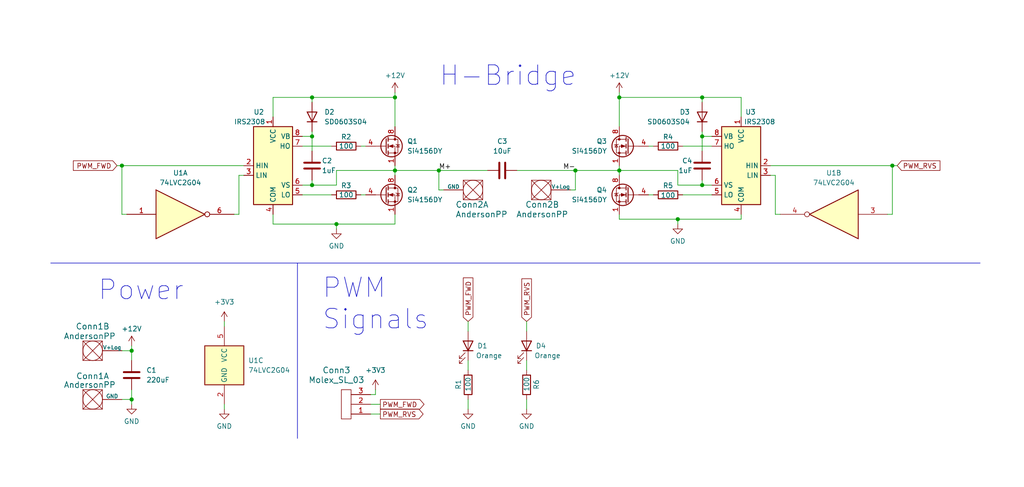
<source format=kicad_sch>
(kicad_sch (version 20230121) (generator eeschema)
  (paper "User" 266.7 127)
  (lib_symbols
    (symbol "74xGxx:74LVC2G04"
      (property "Reference" "U" (at 0 7.62 0))
      (property "Value" "74LVC2G04" (at 2.54 -7.62 0))
      (symbol "74LVC2G04_1_1"
        (polyline (pts (xy -7.62 6.35) (xy -7.62 -6.35) (xy 5.08 0) (xy -7.62 6.35)) (stroke (width 0.254)) (fill (type background)))
        (pin input line (at -15.24 0 0) (length 7.62) (name "~") (number "1"))
        (pin output inverted (at 12.7 0 180) (length 7.62) (name "~") (number "6"))
      )
      (symbol "74LVC2G04_2_1"
        (polyline (pts (xy -7.62 6.35) (xy -7.62 -6.35) (xy 5.08 0) (xy -7.62 6.35)) (stroke (width 0.254)) (fill (type background)))
        (pin input line (at -15.24 0 0) (length 7.62) (name "~") (number "3"))
        (pin output inverted (at 12.7 0 180) (length 7.62) (name "~") (number "4"))
      )
      (symbol "74LVC2G04_3_0"
        (rectangle (start -5.08 -5.08) (end 5.08 5.08) (stroke (width 0.254)) (fill (type background)))
      )
      (symbol "74LVC2G04_3_1"
        (pin power_in line (at 0 -10.16 90) (length 5.08) (name "GND") (number "2"))
        (pin power_in line (at 0 10.16 270) (length 5.08) (name "VCC") (number "5"))
      )
    )
    (symbol "Device:C" (pin_numbers hide) (pin_names (offset 0.254))
      (property "Reference" "C" (at 0.635 2.54 0))
      (property "Value" "C" (at 0.635 -2.54 0))
      (symbol "C_0_1"
        (polyline (pts (xy -2.032 -0.762) (xy 2.032 -0.762)) (stroke (width 0.508)))
        (polyline (pts (xy -2.032 0.762) (xy 2.032 0.762)) (stroke (width 0.508)))
      )
      (symbol "C_1_1"
        (pin passive line (at 0 3.81 270) (length 2.794) (name "~") (number "1"))
        (pin passive line (at 0 -3.81 90) (length 2.794) (name "~") (number "2"))
      )
    )
    (symbol "Device:D" (pin_numbers hide) (pin_names (offset 1.016) hide)
      (property "Reference" "D" (at 0 2.54 0))
      (property "Value" "D" (at 0 -2.54 0))
      (symbol "D_0_1"
        (polyline (pts (xy -1.27 1.27) (xy -1.27 -1.27)) (stroke (width 0.254)))
        (polyline (pts (xy 1.27 0) (xy -1.27 0)))
        (polyline (pts (xy 1.27 1.27) (xy 1.27 -1.27) (xy -1.27 0) (xy 1.27 1.27)) (stroke (width 0.254)))
      )
      (symbol "D_1_1"
        (pin passive line (at -3.81 0 0) (length 2.54) (name "K") (number "1"))
        (pin passive line (at 3.81 0 180) (length 2.54) (name "A") (number "2"))
      )
    )
    (symbol "Device:LED" (pin_numbers hide) (pin_names (offset 1.016) hide)
      (property "Reference" "D" (at 0 2.54 0))
      (property "Value" "LED" (at 0 -2.54 0))
      (symbol "LED_0_1"
        (polyline (pts (xy -1.27 -1.27) (xy -1.27 1.27)) (stroke (width 0.254)))
        (polyline (pts (xy -1.27 0) (xy 1.27 0)))
        (polyline (pts (xy 1.27 -1.27) (xy 1.27 1.27) (xy -1.27 0) (xy 1.27 -1.27)) (stroke (width 0.254)))
        (polyline (pts (xy -3.048 -0.762) (xy -4.572 -2.286) (xy -3.81 -2.286) (xy -4.572 -2.286) (xy -4.572 -1.524)))
        (polyline (pts (xy -1.778 -0.762) (xy -3.302 -2.286) (xy -2.54 -2.286) (xy -3.302 -2.286) (xy -3.302 -1.524)))
      )
      (symbol "LED_1_1"
        (pin passive line (at -3.81 0 0) (length 2.54) (name "K") (number "1"))
        (pin passive line (at 3.81 0 180) (length 2.54) (name "A") (number "2"))
      )
    )
    (symbol "Device:R" (pin_numbers hide) (pin_names (offset 0))
      (property "Reference" "R" (at 2.032 0 90))
      (property "Value" "R" (at 0 0 90))
      (symbol "R_0_1"
        (rectangle (start -1.016 -2.54) (end 1.016 2.54) (stroke (width 0.254)))
      )
      (symbol "R_1_1"
        (pin passive line (at 0 3.81 270) (length 1.27) (name "~") (number "1"))
        (pin passive line (at 0 -3.81 90) (length 1.27) (name "~") (number "2"))
      )
    )
    (symbol "Driver_FET:IRS2308"
      (property "Reference" "U" (at 1.27 13.335 0))
      (property "Value" "IRS2308" (at 1.27 11.43 0))
      (symbol "IRS2308_0_1"
        (rectangle (start -5.08 -10.16) (end 5.08 10.16) (stroke (width 0.254)) (fill (type background)))
      )
      (symbol "IRS2308_1_1"
        (pin power_in line (at 0 12.7 270) (length 2.54) (name "VCC") (number "1"))
        (pin input line (at -7.62 0 0) (length 2.54) (name "HIN") (number "2"))
        (pin input line (at -7.62 -2.54 0) (length 2.54) (name "LIN") (number "3"))
        (pin power_in line (at 0 -12.7 90) (length 2.54) (name "COM") (number "4"))
        (pin output line (at 7.62 -7.62 180) (length 2.54) (name "LO") (number "5"))
        (pin passive line (at 7.62 -5.08 180) (length 2.54) (name "VS") (number "6"))
        (pin output line (at 7.62 5.08 180) (length 2.54) (name "HO") (number "7"))
        (pin passive line (at 7.62 7.62 180) (length 2.54) (name "VB") (number "8"))
      )
    )
    (symbol "MRDT_Connectors:AndersonPP" (pin_numbers hide) (pin_names (offset 0))
      (property "Reference" "Conn" (at 3.81 -1.27 0))
      (property "Value" "AndersonPP" (at 2.54 6.35 0))
      (symbol "AndersonPP_0_1"
        (polyline (pts (xy 0 5.08) (xy 5.08 0)))
        (polyline (pts (xy 5.08 5.08) (xy 0 0)))
        (rectangle (start 0 0) (end 5.08 5.08))
        (circle (center 2.54 2.54) (radius 2.54))
      )
      (symbol "AndersonPP_1_1"
        (pin input line (at 10.16 2.54 180) (length 5.08) (name "GND") (number "1"))
      )
      (symbol "AndersonPP_2_1"
        (pin input line (at 10.16 2.54 180) (length 5.08) (name "V+Log") (number "2"))
      )
      (symbol "AndersonPP_3_1"
        (pin input line (at 10.16 2.54 180) (length 5.08) (name "V+Act") (number "3"))
      )
      (symbol "AndersonPP_4_1"
        (pin input line (at 10.16 2.54 180) (length 5.08) (name "PV+") (number "4"))
      )
      (symbol "AndersonPP_5_1"
        (pin input line (at 10.16 2.54 180) (length 5.08) (name "~") (number "1"))
      )
    )
    (symbol "MRDT_Connectors:Molex_SL_03" (pin_names (offset 1.016))
      (property "Reference" "Conn" (at 3.81 -1.27 0))
      (property "Value" "Molex_SL_03" (at 1.27 8.89 0))
      (symbol "Molex_SL_03_0_1"
        (rectangle (start 0 7.62) (end 2.54 0))
      )
      (symbol "Molex_SL_03_1_1"
        (pin input line (at -5.08 6.35 0) (length 5.08) (name "~") (number "1"))
        (pin input line (at -5.08 3.81 0) (length 5.08) (name "~") (number "2"))
        (pin input line (at -5.08 1.27 0) (length 5.08) (name "~") (number "3"))
      )
    )
    (symbol "Transistor_FET:Si4162DY" (pin_names hide)
      (property "Reference" "Q" (at 5.08 2.54 0))
      (property "Value" "Si4162DY" (at 5.08 0 0))
      (symbol "Si4162DY_0_1"
        (polyline (pts (xy 0.254 0) (xy -2.54 0)))
        (polyline (pts (xy 0.254 1.905) (xy 0.254 -1.905)) (stroke (width 0.254)))
        (polyline (pts (xy 0.762 -1.27) (xy 0.762 -2.286)) (stroke (width 0.254)))
        (polyline (pts (xy 0.762 0.508) (xy 0.762 -0.508)) (stroke (width 0.254)))
        (polyline (pts (xy 0.762 2.286) (xy 0.762 1.27)) (stroke (width 0.254)))
        (polyline (pts (xy 2.54 2.54) (xy 2.54 1.778)))
        (polyline (pts (xy 2.54 -2.54) (xy 2.54 0) (xy 0.762 0)))
        (polyline (pts (xy 0.762 -1.778) (xy 3.302 -1.778) (xy 3.302 1.778) (xy 0.762 1.778)))
        (polyline (pts (xy 1.016 0) (xy 2.032 0.381) (xy 2.032 -0.381) (xy 1.016 0)) (fill (type outline)))
        (polyline (pts (xy 2.794 0.508) (xy 2.921 0.381) (xy 3.683 0.381) (xy 3.81 0.254)))
        (polyline (pts (xy 3.302 0.381) (xy 2.921 -0.254) (xy 3.683 -0.254) (xy 3.302 0.381)))
        (circle (center 1.651 0) (radius 2.794) (stroke (width 0.254)))
        (circle (center 2.54 -1.778) (radius 0.254) (fill (type outline)))
        (circle (center 2.54 1.778) (radius 0.254) (fill (type outline)))
      )
      (symbol "Si4162DY_1_1"
        (pin passive line (at 2.54 -5.08 90) (length 2.54) (name "S") (number "1"))
        (pin passive line (at 2.54 -5.08 90) (length 2.54) hide (name "S") (number "2"))
        (pin passive line (at 2.54 -5.08 90) (length 2.54) hide (name "S") (number "3"))
        (pin input line (at -5.08 0 0) (length 2.54) (name "G") (number "4"))
        (pin passive line (at 2.54 5.08 270) (length 2.54) hide (name "D") (number "5"))
        (pin passive line (at 2.54 5.08 270) (length 2.54) hide (name "D") (number "6"))
        (pin passive line (at 2.54 5.08 270) (length 2.54) hide (name "D") (number "7"))
        (pin passive line (at 2.54 5.08 270) (length 2.54) (name "D") (number "8"))
      )
    )
    (symbol "power:+12V" (power) (pin_names (offset 0))
      (property "Value" "+12V" (at 0 3.556 0))
      (symbol "+12V_0_1"
        (polyline (pts (xy -0.762 1.27) (xy 0 2.54)))
        (polyline (pts (xy 0 0) (xy 0 2.54)))
        (polyline (pts (xy 0 2.54) (xy 0.762 1.27)))
      )
      (symbol "+12V_1_1"
        (pin power_in line (at 0 0 90) (length 0) hide (name "+12V") (number "1"))
      )
    )
    (symbol "power:+3V3" (power) (pin_names (offset 0))
      (property "Value" "+3V3" (at 0 3.556 0))
      (symbol "+3V3_0_1"
        (polyline (pts (xy -0.762 1.27) (xy 0 2.54)))
        (polyline (pts (xy 0 0) (xy 0 2.54)))
        (polyline (pts (xy 0 2.54) (xy 0.762 1.27)))
      )
      (symbol "+3V3_1_1"
        (pin power_in line (at 0 0 90) (length 0) hide (name "+3V3") (number "1"))
      )
    )
    (symbol "power:GND" (power) (pin_names (offset 0))
      (property "Value" "GND" (at 0 -3.81 0))
      (symbol "GND_0_1"
        (polyline (pts (xy 0 0) (xy 0 -1.27) (xy 1.27 -1.27) (xy 0 -2.54) (xy -1.27 -1.27) (xy 0 -1.27)))
      )
      (symbol "GND_1_1"
        (pin power_in line (at 0 0 270) (length 0) hide (name "GND") (number "1"))
      )
    )
  )
  (junction (at 149.86 44.45))
  (junction (at 114.3 44.45))
  (junction (at 102.87 25.4))
  (junction (at 81.28 35.56))
  (junction (at 161.29 25.4))
  (junction (at 87.63 58.42))
  (junction (at 161.29 44.45))
  (junction (at 81.28 48.26))
  (junction (at 182.88 48.26))
  (junction (at 182.88 35.56))
  (junction (at 81.28 25.4))
  (junction (at 102.87 44.45))
  (junction (at 182.88 25.4))
  (junction (at 176.53 57.15))
  (junction (at 34.29 104.14))
  (junction (at 31.75 43.18))
  (junction (at 34.29 91.44))
  (junction (at 232.41 43.18))
  (wire (pts (xy 87.63 58.42) (xy 102.87 58.42)))
  (wire (pts (xy 34.29 104.14) (xy 34.29 105.41)))
  (wire (pts (xy 31.75 43.18) (xy 31.75 55.88)))
  (wire (pts (xy 176.53 57.15) (xy 176.53 58.42)))
  (wire (pts (xy 96.52 105.41) (xy 99.06 105.41)))
  (wire (pts (xy 34.29 90.17) (xy 34.29 91.44)))
  (wire (pts (xy 31.75 91.44) (xy 34.29 91.44)))
  (wire (pts (xy 121.92 93.98) (xy 121.92 96.52)))
  (wire (pts (xy 93.98 38.1) (xy 95.25 38.1)))
  (wire (pts (xy 161.29 44.45) (xy 176.53 44.45)))
  (wire (pts (xy 78.74 38.1) (xy 86.36 38.1)))
  (wire (pts (xy 31.75 104.14) (xy 34.29 104.14)))
  (wire (pts (xy 93.98 50.8) (xy 95.25 50.8)))
  (wire (pts (xy 137.16 83.82) (xy 137.16 86.36)))
  (wire (pts (xy 62.23 45.72) (xy 63.5 45.72)))
  (wire (pts (xy 161.29 55.88) (xy 161.29 57.15)))
  (wire (pts (xy 182.88 35.56) (xy 182.88 39.37)))
  (polyline (pts (xy 13.208 68.58) (xy 255.27 68.58)))
  (wire (pts (xy 97.79 101.6) (xy 97.79 102.87)))
  (wire (pts (xy 87.63 58.42) (xy 87.63 59.69)))
  (wire (pts (xy 168.91 50.8) (xy 170.18 50.8)))
  (wire (pts (xy 102.87 25.4) (xy 102.87 33.02)))
  (wire (pts (xy 81.28 48.26) (xy 87.63 48.26)))
  (wire (pts (xy 182.88 48.26) (xy 176.53 48.26)))
  (wire (pts (xy 102.87 44.45) (xy 114.3 44.45)))
  (wire (pts (xy 201.93 55.88) (xy 203.2 55.88)))
  (wire (pts (xy 185.42 50.8) (xy 177.8 50.8)))
  (wire (pts (xy 182.88 35.56) (xy 185.42 35.56)))
  (wire (pts (xy 161.29 25.4) (xy 182.88 25.4)))
  (wire (pts (xy 182.88 25.4) (xy 193.04 25.4)))
  (wire (pts (xy 232.41 43.18) (xy 232.41 55.88)))
  (wire (pts (xy 96.52 107.95) (xy 99.06 107.95)))
  (wire (pts (xy 137.16 93.98) (xy 137.16 96.52)))
  (wire (pts (xy 97.79 102.87) (xy 96.52 102.87)))
  (wire (pts (xy 193.04 55.88) (xy 193.04 57.15)))
  (wire (pts (xy 200.66 45.72) (xy 201.93 45.72)))
  (wire (pts (xy 161.29 43.18) (xy 161.29 44.45)))
  (wire (pts (xy 81.28 35.56) (xy 81.28 39.37)))
  (wire (pts (xy 182.88 34.29) (xy 182.88 35.56)))
  (wire (pts (xy 232.41 55.88) (xy 231.14 55.88)))
  (wire (pts (xy 161.29 44.45) (xy 161.29 45.72)))
  (wire (pts (xy 161.29 57.15) (xy 176.53 57.15)))
  (wire (pts (xy 31.75 55.88) (xy 33.02 55.88)))
  (wire (pts (xy 114.3 44.45) (xy 114.3 49.53)))
  (wire (pts (xy 121.92 104.14) (xy 121.92 106.68)))
  (wire (pts (xy 200.66 43.18) (xy 232.41 43.18)))
  (wire (pts (xy 161.29 33.02) (xy 161.29 25.4)))
  (wire (pts (xy 34.29 101.6) (xy 34.29 104.14)))
  (wire (pts (xy 102.87 43.18) (xy 102.87 44.45)))
  (wire (pts (xy 31.75 43.18) (xy 63.5 43.18)))
  (wire (pts (xy 168.91 38.1) (xy 170.18 38.1)))
  (wire (pts (xy 62.23 55.88) (xy 62.23 45.72)))
  (wire (pts (xy 81.28 25.4) (xy 81.28 26.67)))
  (wire (pts (xy 78.74 48.26) (xy 81.28 48.26)))
  (wire (pts (xy 148.59 49.53) (xy 149.86 49.53)))
  (wire (pts (xy 102.87 44.45) (xy 102.87 45.72)))
  (wire (pts (xy 182.88 48.26) (xy 185.42 48.26)))
  (wire (pts (xy 177.8 38.1) (xy 185.42 38.1)))
  (wire (pts (xy 149.86 44.45) (xy 149.86 49.53)))
  (wire (pts (xy 34.29 91.44) (xy 34.29 93.98)))
  (wire (pts (xy 232.41 43.18) (xy 233.68 43.18)))
  (wire (pts (xy 62.23 55.88) (xy 60.96 55.88)))
  (wire (pts (xy 102.87 24.13) (xy 102.87 25.4)))
  (wire (pts (xy 182.88 25.4) (xy 182.88 26.67)))
  (wire (pts (xy 114.3 44.45) (xy 127 44.45)))
  (wire (pts (xy 71.12 25.4) (xy 81.28 25.4)))
  (wire (pts (xy 81.28 46.99) (xy 81.28 48.26)))
  (wire (pts (xy 30.48 43.18) (xy 31.75 43.18)))
  (wire (pts (xy 81.28 25.4) (xy 102.87 25.4)))
  (wire (pts (xy 102.87 55.88) (xy 102.87 58.42)))
  (wire (pts (xy 134.62 44.45) (xy 149.86 44.45)))
  (wire (pts (xy 182.88 48.26) (xy 182.88 46.99)))
  (wire (pts (xy 71.12 55.88) (xy 71.12 58.42)))
  (polyline (pts (xy 77.47 68.58) (xy 77.47 114.3)))
  (wire (pts (xy 193.04 30.48) (xy 193.04 25.4)))
  (wire (pts (xy 71.12 30.48) (xy 71.12 25.4)))
  (wire (pts (xy 121.92 83.82) (xy 121.92 86.36)))
  (wire (pts (xy 201.93 45.72) (xy 201.93 55.88)))
  (wire (pts (xy 137.16 104.14) (xy 137.16 106.68)))
  (wire (pts (xy 176.53 57.15) (xy 193.04 57.15)))
  (wire (pts (xy 58.42 105.41) (xy 58.42 106.68)))
  (wire (pts (xy 149.86 44.45) (xy 161.29 44.45)))
  (wire (pts (xy 176.53 44.45) (xy 176.53 48.26)))
  (wire (pts (xy 78.74 35.56) (xy 81.28 35.56)))
  (wire (pts (xy 102.87 44.45) (xy 87.63 44.45)))
  (wire (pts (xy 58.42 83.82) (xy 58.42 85.09)))
  (wire (pts (xy 71.12 58.42) (xy 87.63 58.42)))
  (wire (pts (xy 87.63 44.45) (xy 87.63 48.26)))
  (wire (pts (xy 81.28 34.29) (xy 81.28 35.56)))
  (wire (pts (xy 78.74 50.8) (xy 86.36 50.8)))
  (wire (pts (xy 161.29 24.13) (xy 161.29 25.4)))
  (wire (pts (xy 114.3 49.53) (xy 115.57 49.53)))
  (text "PWM\nSignals" (at 83.82 86.36 0) (effects (font (size 5.08 5.08)) (justify left bottom)))
  (text "H-Bridge" (at 114.3 22.86 0) (effects (font (size 5.08 5.08)) (justify left bottom)))
  (text "Sept. 30 2023" (at 205.994 194.056 0) (effects (font (size 1.27 1.27)) (justify left bottom)))
  (text "Power" (at 25.4 78.74 0) (effects (font (size 5.08 5.08)) (justify left bottom)))
  (label "M-" (at 149.86 44.45 180))
  (label "M+" (at 114.3 44.45 0))
  (global_label "PWM_RVS" (shape input) (at 233.68 43.18 0) (property "Intersheetrefs" "${INTERSHEET_REFS}" (effects hide)))
  (global_label "PWM_FWD" (shape output) (at 99.06 105.41 0) (property "Intersheetrefs" "${INTERSHEET_REFS}" (effects hide)))
  (global_label "PWM_RVS" (shape input) (at 137.16 83.82 90) (property "Intersheetrefs" "${INTERSHEET_REFS}" (effects hide)))
  (global_label "PWM_FWD" (shape input) (at 121.92 83.82 90) (property "Intersheetrefs" "${INTERSHEET_REFS}" (effects hide)))
  (global_label "PWM_FWD" (shape input) (at 30.48 43.18 180) (property "Intersheetrefs" "${INTERSHEET_REFS}" (effects hide)))
  (global_label "PWM_RVS" (shape output) (at 99.06 107.95 0) (property "Intersheetrefs" "${INTERSHEET_REFS}" (effects hide)))
  (symbol (lib_id "Device:R") (at 90.17 50.8 90) (unit 1)
    (property "Reference" "R3" (at 90.17 48.387 90))
    (property "Value" "100" (at 90.17 50.8 90))
    (property "Footprint" "Resistor_SMD:R_0603_1608Metric_Pad0.98x0.95mm_HandSolder" (effects hide))
  )
  (symbol (lib_id "power:+12V") (at 161.29 24.13 0) (mirror y) (unit 1)
    (property "Reference" "#PWR07" (effects hide))
    (property "Value" "+12V" (at 161.29 19.685 0))
  )
  (symbol (lib_id "Device:R") (at 121.92 100.33 0) (unit 1)
    (property "Reference" "R1" (at 119.38 101.6 90) (effects (justify left)))
    (property "Value" "100" (at 121.92 102.108 90) (effects (justify left)))
    (property "Footprint" "Resistor_SMD:R_0603_1608Metric_Pad0.98x0.95mm_HandSolder" (effects hide))
  )
  (symbol (lib_id "Device:LED") (at 121.92 90.17 270) (mirror x) (unit 1)
    (property "Reference" "D1" (at 127 90.17 90) (effects (justify right)))
    (property "Value" "Orange" (at 130.81 92.71 90) (effects (justify right)))
    (property "Footprint" "LED_SMD:LED_0603_1608Metric_Pad1.05x0.95mm_HandSolder" (effects hide))
  )
  (symbol (lib_id "power:GND") (at 34.29 105.41 0) (unit 1)
    (property "Reference" "#PWR01" (effects hide))
    (property "Value" "GND" (at 34.29 109.855 0))
  )
  (symbol (lib_id "Device:D") (at 81.28 30.48 90) (unit 1)
    (property "Reference" "D2" (at 84.455 29.21 90) (effects (justify right)))
    (property "Value" "SD0603S04" (at 84.455 31.75 90) (effects (justify right)))
    (property "Footprint" "Diode_SMD:D_0603_1608Metric_Pad1.05x0.95mm_HandSolder" (effects hide))
    (property "Sim.Device" "D" (effects hide))
    (property "Sim.Pins" "1=K 2=A" (effects hide))
  )
  (symbol (lib_id "Transistor_FET:Si4162DY") (at 100.33 38.1 0) (unit 1)
    (property "Reference" "Q1" (at 106.045 36.83 0) (effects (justify left)))
    (property "Value" "Si4156DY" (at 106.045 39.37 0) (effects (justify left)))
    (property "Footprint" "Package_SO:SOIC-8_3.9x4.9mm_P1.27mm" (effects hide))
    (property "Datasheet" "http://www.vishay.com/docs/68967/si4162dy.pdf" (effects hide))
  )
  (symbol (lib_id "74xGxx:74LVC2G04") (at 48.26 55.88 0) (unit 1)
    (property "Reference" "U1" (at 46.99 45.085 0))
    (property "Value" "74LVC2G04" (at 46.99 47.625 0))
    (property "Footprint" "Package_TO_SOT_SMD:SOT-23-6_Handsoldering" (effects hide))
    (property "Datasheet" "http://www.ti.com/lit/sg/scyt129e/scyt129e.pdf" (effects hide))
  )
  (symbol (lib_id "Device:C") (at 182.88 43.18 0) (mirror y) (unit 1)
    (property "Reference" "C4" (at 180.34 41.91 0) (effects (justify left)))
    (property "Value" "1uF" (at 180.34 44.45 0) (effects (justify left)))
    (property "Footprint" "Capacitor_SMD:C_0603_1608Metric_Pad1.08x0.95mm_HandSolder" (effects hide))
  )
  (symbol (lib_id "Device:R") (at 137.16 100.33 0) (mirror y) (unit 1)
    (property "Reference" "R6" (at 139.7 101.6 90) (effects (justify left)))
    (property "Value" "100" (at 137.16 102.108 90) (effects (justify left)))
    (property "Footprint" "Resistor_SMD:R_0603_1608Metric_Pad0.98x0.95mm_HandSolder" (effects hide))
  )
  (symbol (lib_id "Device:D") (at 182.88 30.48 270) (mirror x) (unit 1)
    (property "Reference" "D3" (at 179.705 29.21 90) (effects (justify right)))
    (property "Value" "SD0603S04" (at 179.705 31.75 90) (effects (justify right)))
    (property "Footprint" "Diode_SMD:D_0603_1608Metric_Pad1.05x0.95mm_HandSolder" (effects hide))
    (property "Sim.Device" "D" (effects hide))
    (property "Sim.Pins" "1=K 2=A" (effects hide))
  )
  (symbol (lib_id "Device:R") (at 173.99 38.1 270) (mirror x) (unit 1)
    (property "Reference" "R4" (at 173.99 35.687 90))
    (property "Value" "100" (at 173.99 38.1 90))
    (property "Footprint" "Resistor_SMD:R_0603_1608Metric_Pad0.98x0.95mm_HandSolder" (effects hide))
  )
  (symbol (lib_id "Device:R") (at 90.17 38.1 90) (unit 1)
    (property "Reference" "R2" (at 90.17 35.687 90))
    (property "Value" "100" (at 90.17 38.1 90))
    (property "Footprint" "Resistor_SMD:R_0603_1608Metric_Pad0.98x0.95mm_HandSolder" (effects hide))
  )
  (symbol (lib_id "power:GND") (at 58.42 106.68 0) (unit 1)
    (property "Reference" "#PWR06" (effects hide))
    (property "Value" "GND" (at 58.42 111.125 0))
  )
  (symbol (lib_id "74xGxx:74LVC2G04") (at 58.42 95.25 0) (unit 3)
    (property "Reference" "U1" (at 64.643 93.98 0) (effects (justify left)))
    (property "Value" "74LVC2G04" (at 64.643 96.52 0) (effects (justify left)))
    (property "Footprint" "Package_TO_SOT_SMD:SOT-23-6_Handsoldering" (effects hide))
    (property "Datasheet" "http://www.ti.com/lit/sg/scyt129e/scyt129e.pdf" (effects hide))
  )
  (symbol (lib_id "power:+3V3") (at 58.42 83.82 0) (unit 1)
    (property "Reference" "#PWR09" (effects hide))
    (property "Value" "+3V3" (at 58.42 78.74 0))
  )
  (symbol (lib_id "Device:C") (at 34.29 97.79 0) (unit 1)
    (property "Reference" "C1" (at 38.1 96.52 0) (effects (justify left)))
    (property "Value" "220uF" (at 38.1 99.06 0) (effects (justify left)))
    (property "Footprint" "Capacitor_THT:CP_Radial_D6.3mm_P2.50mm" (effects hide))
  )
  (symbol (lib_id "Transistor_FET:Si4162DY") (at 163.83 38.1 0) (mirror y) (unit 1)
    (property "Reference" "Q3" (at 158.115 36.83 0) (effects (justify left)))
    (property "Value" "Si4156DY" (at 158.115 39.37 0) (effects (justify left)))
    (property "Footprint" "Package_SO:SOIC-8_3.9x4.9mm_P1.27mm" (effects hide))
    (property "Datasheet" "http://www.vishay.com/docs/68967/si4162dy.pdf" (effects hide))
  )
  (symbol (lib_id "power:GND") (at 176.53 58.42 0) (mirror y) (unit 1)
    (property "Reference" "#PWR08" (effects hide))
    (property "Value" "GND" (at 176.53 62.865 0))
  )
  (symbol (lib_id "MRDT_Connectors:AndersonPP") (at 125.73 46.99 180) (unit 1)
    (property "Reference" "Conn2" (at 118.618 53.34 0) (effects (font (size 1.524 1.524)) (justify right)))
    (property "Value" "AndersonPP" (at 118.618 55.88 0) (effects (font (size 1.524 1.524)) (justify right)))
    (property "Footprint" "MRDT_Connectors:Square_Anderson_2_H_Side_By_Side" (effects hide))
  )
  (symbol (lib_id "Driver_FET:IRS2308") (at 193.04 43.18 0) (mirror y) (unit 1)
    (property "Reference" "U3" (at 196.85 29.21 0) (effects (justify left)))
    (property "Value" "IRS2308" (at 201.93 31.75 0) (effects (justify left)))
    (property "Footprint" "Package_SO:SOIC-8_3.9x4.9mm_P1.27mm" (effects hide))
    (property "Datasheet" "https://www.infineon.com/dgdl/irs2308.pdf?fileId=5546d462533600a40153567a98ac2804" (effects hide))
  )
  (symbol (lib_id "power:GND") (at 87.63 59.69 0) (unit 1)
    (property "Reference" "#PWR02" (effects hide))
    (property "Value" "GND" (at 87.63 64.135 0))
  )
  (symbol (lib_id "Device:R") (at 173.99 50.8 270) (mirror x) (unit 1)
    (property "Reference" "R5" (at 173.99 48.387 90))
    (property "Value" "100" (at 173.99 50.927 90))
    (property "Footprint" "Resistor_SMD:R_0603_1608Metric_Pad0.98x0.95mm_HandSolder" (effects hide))
  )
  (symbol (lib_id "MRDT_Connectors:AndersonPP") (at 138.43 52.07 0) (unit 2)
    (property "Reference" "Conn2" (at 141.224 53.34 0) (effects (font (size 1.524 1.524))))
    (property "Value" "AndersonPP" (at 141.224 55.88 0) (effects (font (size 1.524 1.524))))
    (property "Footprint" "MRDT_Connectors:Square_Anderson_2_H_Side_By_Side" (effects hide))
  )
  (symbol (lib_id "Driver_FET:IRS2308") (at 71.12 43.18 0) (unit 1)
    (property "Reference" "U2" (at 66.04 29.21 0) (effects (justify left)))
    (property "Value" "IRS2308" (at 60.96 31.75 0) (effects (justify left)))
    (property "Footprint" "Package_SO:SOIC-8_3.9x4.9mm_P1.27mm" (effects hide))
    (property "Datasheet" "https://www.infineon.com/dgdl/irs2308.pdf?fileId=5546d462533600a40153567a98ac2804" (effects hide))
  )
  (symbol (lib_id "74xGxx:74LVC2G04") (at 215.9 55.88 180) (unit 2)
    (property "Reference" "U1" (at 217.17 45.085 0))
    (property "Value" "74LVC2G04" (at 217.17 47.625 0))
    (property "Footprint" "Package_TO_SOT_SMD:SOT-23-6_Handsoldering" (effects hide))
    (property "Datasheet" "http://www.ti.com/lit/sg/scyt129e/scyt129e.pdf" (effects hide))
  )
  (symbol (lib_id "Transistor_FET:Si4162DY") (at 100.33 50.8 0) (unit 1)
    (property "Reference" "Q2" (at 106.045 49.53 0) (effects (justify left)))
    (property "Value" "Si4156DY" (at 106.045 52.07 0) (effects (justify left)))
    (property "Footprint" "Package_SO:SOIC-8_3.9x4.9mm_P1.27mm" (effects hide))
    (property "Datasheet" "http://www.vishay.com/docs/68967/si4162dy.pdf" (effects hide))
  )
  (symbol (lib_id "Device:C") (at 130.81 44.45 90) (unit 1)
    (property "Reference" "C3" (at 130.81 36.83 90))
    (property "Value" "10uF" (at 130.81 39.37 90))
    (property "Footprint" "Capacitor_SMD:C_0603_1608Metric_Pad1.08x0.95mm_HandSolder" (effects hide))
  )
  (symbol (lib_id "Transistor_FET:Si4162DY") (at 163.83 50.8 0) (mirror y) (unit 1)
    (property "Reference" "Q4" (at 158.115 49.53 0) (effects (justify left)))
    (property "Value" "Si4156DY" (at 158.115 52.07 0) (effects (justify left)))
    (property "Footprint" "Package_SO:SOIC-8_3.9x4.9mm_P1.27mm" (effects hide))
    (property "Datasheet" "http://www.vishay.com/docs/68967/si4162dy.pdf" (effects hide))
  )
  (symbol (lib_id "power:+3V3") (at 97.79 101.6 0) (unit 1)
    (property "Reference" "#PWR03" (effects hide))
    (property "Value" "+3V3" (at 97.79 96.52 0))
  )
  (symbol (lib_id "MRDT_Connectors:Molex_SL_03") (at 91.44 101.6 180) (unit 1)
    (property "Reference" "Conn3" (at 87.63 96.52 0) (effects (font (size 1.524 1.524))))
    (property "Value" "Molex_SL_03" (at 87.63 99.06 0) (effects (font (size 1.524 1.524))))
    (property "Footprint" "MRDT_Connectors:MOLEX_SL_03_Horizontal" (effects hide))
  )
  (symbol (lib_id "power:GND") (at 121.92 106.68 0) (unit 1)
    (property "Reference" "#PWR011" (effects hide))
    (property "Value" "GND" (at 121.92 111.125 0))
  )
  (symbol (lib_id "power:+12V") (at 34.29 90.17 0) (unit 1)
    (property "Reference" "#PWR05" (effects hide))
    (property "Value" "+12V" (at 34.29 85.725 0))
  )
  (symbol (lib_id "Device:LED") (at 137.16 90.17 270) (mirror x) (unit 1)
    (property "Reference" "D4" (at 142.24 90.17 90) (effects (justify right)))
    (property "Value" "Orange" (at 146.05 92.71 90) (effects (justify right)))
    (property "Footprint" "LED_SMD:LED_0603_1608Metric_Pad1.05x0.95mm_HandSolder" (effects hide))
  )
  (symbol (lib_id "MRDT_Connectors:AndersonPP") (at 21.59 93.98 0) (unit 2)
    (property "Reference" "Conn1" (at 24.13 85.09 0) (effects (font (size 1.524 1.524))))
    (property "Value" "AndersonPP" (at 23.368 87.63 0) (effects (font (size 1.524 1.524))))
    (property "Footprint" "MRDT_Connectors:Square_Anderson_2_H_Side_By_Side" (effects hide))
  )
  (symbol (lib_id "Device:C") (at 81.28 43.18 0) (unit 1)
    (property "Reference" "C2" (at 83.82 41.91 0) (effects (justify left)))
    (property "Value" "1uF" (at 83.82 44.45 0) (effects (justify left)))
    (property "Footprint" "Capacitor_SMD:C_0603_1608Metric_Pad1.08x0.95mm_HandSolder" (effects hide))
  )
  (symbol (lib_id "MRDT_Connectors:AndersonPP") (at 21.59 106.68 0) (unit 1)
    (property "Reference" "Conn1" (at 24.13 98.044 0) (effects (font (size 1.524 1.524))))
    (property "Value" "AndersonPP" (at 23.368 100.33 0) (effects (font (size 1.524 1.524))))
    (property "Footprint" "MRDT_Connectors:Square_Anderson_2_H_Side_By_Side" (effects hide))
  )
  (symbol (lib_id "power:+12V") (at 102.87 24.13 0) (unit 1)
    (property "Reference" "#PWR04" (effects hide))
    (property "Value" "+12V" (at 102.87 19.685 0))
  )
  (symbol (lib_id "power:GND") (at 137.16 106.68 0) (unit 1)
    (property "Reference" "#PWR010" (effects hide))
    (property "Value" "GND" (at 137.16 111.125 0))
  )
)
</source>
